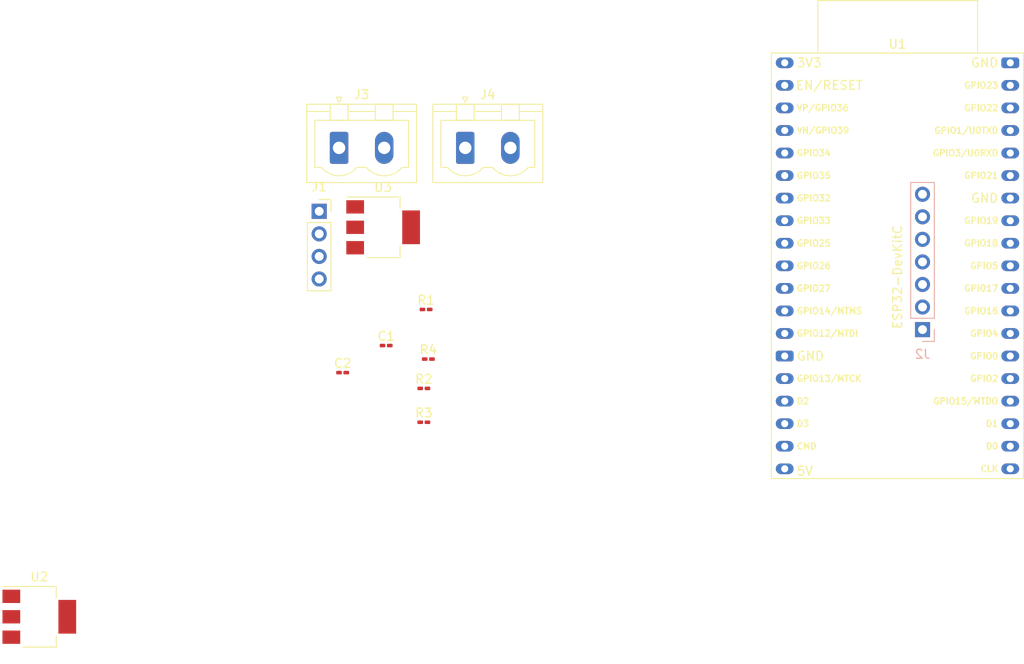
<source format=kicad_pcb>
(kicad_pcb (version 20211014) (generator pcbnew)
  (layers (0 "F.Cu" signal) (31 "B.Cu" signal) (34 "B.Paste" user) (35 "F.Paste" user) (36 "B.SilkS" user "B.Silkscreen") (37 "F.SilkS" user "F.Silkscreen") (38 "B.Mask" user) (39 "F.Mask" user) (44 "Edge.Cuts" user))
  (net 0 "")
  (net 1 "Net-(U3-Pad2)")
  (net 2 "/gnd")
  (net 3 "/3v3")
  (net 4 "/sda")
  (net 5 "/scl")
  (net 6 "/k1")
  (net 7 "/k2")
  (net 8 "/k3")
  (net 9 "/k4")
  (net 10 "/k5")
  (net 11 "/k6")
  (net 12 "/k7")
  (net 13 "/5v")
  (footprint "Connector_PinSocket_2.54mm:PinSocket_1x04_P2.54mm_Vertical" (layer "F.Cu") (at 103.278 68.956)
    (fp_text reference "J1" (at 0 -2.77) (layer "F.SilkS"))
    (fp_text value "i2c_LCD")
    (fp_line (start -1.33 8.95) (end 1.33 8.95) (layer "F.SilkS") (width 0.12))
    (fp_line (start -1.33 1.27) (end 1.33 1.27) (layer "F.SilkS") (width 0.12))
    (fp_line (start 1.33 1.27) (end 1.33 8.95) (layer "F.SilkS") (width 0.12))
    (fp_line (start 0 -1.33) (end 1.33 -1.33) (layer "F.SilkS") (width 0.12))
    (fp_line (start 1.33 -1.33) (end 1.33 0) (layer "F.SilkS") (width 0.12))
    (fp_line (start -1.33 1.27) (end -1.33 8.95) (layer "F.SilkS") (width 0.12))
    (pad "1" thru_hole rect (at 0 0) (size 1.7 1.7) (drill 1) (layers *.Cu *.Mask) (net 2 "/gnd"))
    (pad "2" thru_hole oval (at 0 2.54) (size 1.7 1.7) (drill 1) (layers *.Cu *.Mask) (net 3 "/3v3"))
    (pad "3" thru_hole oval (at 0 5.08) (size 1.7 1.7) (drill 1) (layers *.Cu *.Mask) (net 4 "/sda"))
    (pad "4" thru_hole oval (at 0 7.62) (size 1.7 1.7) (drill 1) (layers *.Cu *.Mask) (net 5 "/scl"))
  )
  (footprint "Package_TO_SOT_SMD:SOT-223-3_TabPin2" (layer "F.Cu") (at 110.478 70.756)
    (fp_text reference "U3" (at 0 -4.5) (layer "F.SilkS"))
    (fp_text value "ams_lain")
    (fp_line (start 1.91 3.41) (end 1.91 2.15) (layer "F.SilkS") (width 0.12))
    (fp_line (start 1.91 -3.41) (end 1.91 -2.15) (layer "F.SilkS") (width 0.12))
    (fp_line (start -1.85 3.41) (end 1.91 3.41) (layer "F.SilkS") (width 0.12))
    (fp_line (start -4.1 -3.41) (end 1.91 -3.41) (layer "F.SilkS") (width 0.12))
    (pad "1" smd rect (at -3.15 -2.3) (size 2 1.5) (layers "F.Cu" "F.Paste" "F.Mask") (net 2 "/gnd"))
    (pad "2" smd rect (at -3.15 0) (size 2 1.5) (layers "F.Cu" "F.Paste" "F.Mask") (net 1 "Net-(U3-Pad2)"))
    (pad "2" smd rect (at 3.15 0) (size 2 3.8) (layers "F.Cu" "F.Paste" "F.Mask") (net 1 "Net-(U3-Pad2)"))
    (pad "3" smd rect (at -3.15 2.3) (size 2 1.5) (layers "F.Cu" "F.Paste" "F.Mask") (net 13 "/5v"))
  )
  (footprint "Connector_Phoenix_MSTB:PhoenixContact_MSTBVA_2,5_2-G-5,08_1x02_P5.08mm_Vertical" (layer "F.Cu") (at 119.728 61.811)
    (fp_text reference "J4" (at 2.54 -6) (layer "F.SilkS"))
    (fp_text value "powerConnector")
    (fp_line (start -0.3 -5.71) (end 0.3 -5.71) (layer "F.SilkS") (width 0.12))
    (fp_line (start 0 -5.11) (end -0.3 -5.71) (layer "F.SilkS") (width 0.12))
    (fp_line (start 7.82 2.2) (end 7.08 2.2) (layer "F.SilkS") (width 0.12))
    (fp_line (start -1 -3.1) (end -1 -4.91) (layer "F.SilkS") (width 0.12))
    (fp_line (start 8.73 -4.91) (end -3.65 -4.91) (layer "F.SilkS") (width 0.12))
    (fp_line (start 0.3 -5.71) (end 0 -5.11) (layer "F.SilkS") (width 0.12))
    (fp_line (start 6.08 -4.91) (end 6.08 -3.1) (layer "F.SilkS") (width 0.12))
    (fp_line (start -3.65 -4.1) (end -1.11 -4.1) (layer "F.SilkS") (width 0.12))
    (fp_line (start -2.74 -3.1) (end 7.82 -3.1) (layer "F.SilkS") (width 0.12))
    (fp_line (start 4.08 -3.1) (end 4.08 -4.91) (layer "F.SilkS") (width 0.12))
    (fp_line (start 8.73 -4.1) (end 6.19 -4.1) (layer "F.SilkS") (width 0.12))
    (fp_line (start 6.08 -3.1) (end 4.08 -3.1) (layer "F.SilkS") (width 0.12))
    (fp_line (start -2 2.2) (end -2.74 2.2) (layer "F.SilkS") (width 0.12))
    (fp_line (start -3.65 3.91) (end 8.73 3.91) (layer "F.SilkS") (width 0.12))
    (fp_line (start 8.73 3.91) (end 8.73 -4.91) (layer "F.SilkS") (width 0.12))
    (fp_line (start -1 -4.91) (end 1 -4.91) (layer "F.SilkS") (width 0.12))
    (fp_line (start 1 -3.1) (end -1 -3.1) (layer "F.SilkS") (width 0.12))
    (fp_line (start 4.08 -4.91) (end 6.08 -4.91) (layer "F.SilkS") (width 0.12))
    (fp_line (start 1 -4.91) (end 1 -3.1) (layer "F.SilkS") (width 0.12))
    (fp_line (start 7.82 -3.1) (end 7.82 2.2) (layer "F.SilkS") (width 0.12))
    (fp_line (start 1 -4.1) (end 4.08 -4.1) (layer "F.SilkS") (width 0.12))
    (fp_line (start 2 2.2) (end 3.08 2.2) (layer "F.SilkS") (width 0.12))
    (fp_line (start -2.74 2.2) (end -2.74 -3.1) (layer "F.SilkS") (width 0.12))
    (fp_line (start -3.65 -4.91) (end -3.65 3.91) (layer "F.SilkS") (width 0.12))
    (fp_arc (start 7.066842 2.215821) (mid 5.069711 3.142758) (end 3.08 2.2) (layer "F.SilkS") (width 0.12))
    (fp_arc (start 1.986842 2.215821) (mid -0.010289 3.142758) (end -2 2.2) (layer "F.SilkS") (width 0.12))
    (pad "1" thru_hole roundrect (at 0 0) (size 2.08 3.6) (drill 1.4) (layers *.Cu *.Mask) (roundrect_rratio 0.120192) (net 1 "Net-(U3-Pad2)"))
    (pad "2" thru_hole oval (at 5.08 0) (size 2.08 3.6) (drill 1.4) (layers *.Cu *.Mask) (net 2 "/gnd"))
  )
  (footprint "Resistor_SMD:R_0201_0603Metric_Pad0.64x0.40mm_HandSolder" (layer "F.Cu") (at 115.062 88.9)
    (fp_text reference "R2" (at 0 -1.05) (layer "F.SilkS"))
    (fp_text value "10k")
    (pad "1" smd roundrect (at -0.4075 0) (size 0.635 0.4) (layers "F.Cu" "F.Mask") (net 7 "/k2"))
    (pad "2" smd roundrect (at 0.4075 0) (size 0.635 0.4) (layers "F.Cu" "F.Mask") (net 2 "/gnd"))
  )
  (footprint "Capacitor_SMD:C_0201_0603Metric_Pad0.64x0.40mm_HandSolder" (layer "F.Cu") (at 105.918 87.122)
    (fp_text reference "C2" (at 0 -1.05) (layer "F.SilkS"))
    (fp_text value "C")
    (pad "1" smd roundrect (at -0.4075 0) (size 0.635 0.4) (layers "F.Cu" "F.Mask") (net 3 "/3v3"))
    (pad "2" smd roundrect (at 0.4075 0) (size 0.635 0.4) (layers "F.Cu" "F.Mask") (net 2 "/gnd"))
  )
  (footprint "Resistor_SMD:R_0201_0603Metric_Pad0.64x0.40mm_HandSolder" (layer "F.Cu") (at 115.062 92.71)
    (fp_text reference "R3" (at 0 -1.05) (layer "F.SilkS"))
    (fp_text value "10k")
    (pad "1" smd roundrect (at -0.4075 0) (size 0.635 0.4) (layers "F.Cu" "F.Mask") (net 9 "/k4"))
    (pad "2" smd roundrect (at 0.4075 0) (size 0.635 0.4) (layers "F.Cu" "F.Mask") (net 2 "/gnd"))
  )
  (footprint "Resistor_SMD:R_0201_0603Metric_Pad0.64x0.40mm_HandSolder" (layer "F.Cu") (at 115.316 80.01)
    (fp_text reference "R1" (at 0 -1.05) (layer "F.SilkS"))
    (fp_text value "10k")
    (pad "1" smd roundrect (at -0.4075 0) (size 0.635 0.4) (layers "F.Cu" "F.Mask") (net 6 "/k1"))
    (pad "2" smd roundrect (at 0.4075 0) (size 0.635 0.4) (layers "F.Cu" "F.Mask") (net 2 "/gnd"))
  )
  (footprint "Resistor_SMD:R_0201_0603Metric_Pad0.64x0.40mm_HandSolder" (layer "F.Cu") (at 115.57 85.598)
    (fp_text reference "R4" (at 0 -1.05) (layer "F.SilkS"))
    (fp_text value "10k")
    (pad "1" smd roundrect (at -0.4075 0) (size 0.635 0.4) (layers "F.Cu" "F.Mask") (net 11 "/k6"))
    (pad "2" smd roundrect (at 0.4075 0) (size 0.635 0.4) (layers "F.Cu" "F.Mask") (net 2 "/gnd"))
  )
  (footprint "Espressif:ESP32-DevKitC" (layer "F.Cu") (at 155.69832 52.22984)
    (fp_text reference "U1" (at 12.70368 -2.09728) (layer "F.SilkS"))
    (fp_text value "ESP32-DevKitC" (at 12.70368 24.13272 90) (layer "F.SilkS"))
    (fp_text user "GPIO25" (at 1.27368 20.32272 unlocked) (layer "F.SilkS") (effects (font (size 0.7 0.7)) (justify left)))
    (fp_text user "GPIO12/MTDI" (at 1.27368 30.48272 unlocked) (layer "F.SilkS") (effects (font (size 0.7 0.7)) (justify left)))
    (fp_text user "GPIO18" (at 24.13368 20.32272 unlocked) (layer "F.SilkS") (effects (font (size 0.7 0.7)) (justify right)))
    (fp_text user "EN/RESET" (at 8.89 2.54 unlocked) (layer "F.SilkS") (effects (justify right)))
    (fp_text user "GPIO5" (at 24.13368 22.86272 unlocked) (layer "F.SilkS") (effects (font (size 0.7 0.7)) (justify right)))
    (fp_text user "GPIO27" (at 1.27368 25.40272 unlocked) (layer "F.SilkS") (effects (font (size 0.7 0.7)) (justify left)))
    (fp_text user "3V3" (at 1.27368 0.00272 unlocked) (layer "F.SilkS") (effects (justify left)))
    (fp_text user "VN/GPIO39" (at 1.27368 7.62272 unlocked) (layer "F.SilkS") (effects (font (size 0.7 0.7)) (justify left)))
    (fp_text user "GPIO14/MTMS" (at 1.27368 27.94272 unlocked) (layer "F.SilkS") (effects (font (size 0.7 0.7)) (justify left)))
    (fp_text user "GPIO19" (at 24.13368 17.78272 unlocked) (layer "F.SilkS") (effects (font (size 0.7 0.7)) (justify right)))
    (fp_text user "D1" (at 24.13368 40.64272 unlocked) (layer "F.SilkS") (effects (font (size 0.7 0.7)) (justify right)))
    (fp_text user "GPIO13/MTCK" (at 1.27368 35.56272 unlocked) (layer "F.SilkS") (effects (font (size 0.7 0.7)) (justify left)))
    (fp_text user "GND" (at 24.13368 0.00272 unlocked) (layer "F.SilkS") (effects (justify right)))
    (fp_text user "CMD" (at 1.27368 43.18272 unlocked) (layer "F.SilkS") (effects (font (size 0.7 0.7)) (justify left)))
    (fp_text user "VP/GPIO36" (at 1.27368 5.08272 unlocked) (layer "F.SilkS") (effects (font (size 0.7 0.7)) (justify left)))
    (fp_text user "D0" (at 24.13368 43.18272 unlocked) (layer "F.SilkS") (effects (font (size 0.7 0.7)) (justify right)))
    (fp_text user "GPIO0" (at 24.13368 33.02272 unlocked) (layer "F.SilkS") (effects (font (size 0.7 0.7)) (justify right)))
    (fp_text user "GPIO16" (at 24.13368 27.94272 unlocked) (layer "F.SilkS") (effects (font (size 0.7 0.7)) (justify right)))
    (fp_text user "5V" (at 1.27 45.974 unlocked) (layer "F.SilkS") (effects (justify left)))
    (fp_text user "CLK" (at 24.13368 45.72272 unlocked) (layer "F.SilkS") (effects (font (size 0.7 0.7)) (justify right)))
    (fp_text user "GPIO3/U0RXD" (at 24.13368 10.16272 unlocked) (layer "F.SilkS") (effects (font (size 0.7 0.7)) (justify right)))
    (fp_text user "GPIO26" (at 1.27368 22.86272 unlocked) (layer "F.SilkS") (effects (font (size 0.7 0.7)) (justify left)))
    (fp_text user "GPIO1/U0TXD" (at 24.13368 7.62272 unlocked) (layer "F.SilkS") (effects (font (size 0.7 0.7)) (justify right)))
    (fp_text user "GPIO4" (at 24.13368 30.48272 unlocked) (layer "F.SilkS") (effects (font (size 0.7 0.7)) (justify right)))
    (fp_text user "GPIO17" (at 24.13368 25.40272 unlocked) (layer "F.SilkS") (effects (font (size 0.7 0.7)) (justify right)))
    (fp_text user "GPIO15/MTDO" (at 24.13368 38.10272 unlocked) (layer "F.SilkS") (effects (font (size 0.7 0.7)) (justify right)))
    (fp_text user "D2" (at 1.27368 38.10272 unlocked) (layer "F.SilkS") (effects (font (size 0.7 0.7)) (justify left)))
    (fp_text user "D3" (at 1.27368 40.64272 unlocked) (layer "F.SilkS") (effects (font (size 0.7 0.7)) (justify left)))
    (fp_text user "GPIO21" (at 24.13368 12.70272 unlocked) (layer "F.SilkS") (effects (font (size 0.7 0.7)) (justify right)))
    (fp_text user "GPIO33" (at 1.27368 17.78272 unlocked) (layer "F.SilkS") (effects (font (size 0.7 0.7)) (justify left)))
    (fp_text user "GPIO2" (at 24.13368 35.56272 unlocked) (layer "F.SilkS") (effects (font (size 0.7 0.7)) (justify right)))
    (fp_text user "GPIO23" (at 24.13368 2.54272 unlocked) (layer "F.SilkS") (effects (font (size 0.7 0.7)) (justify right)))
    (fp_text user "GPIO35" (at 1.27368 12.70272 unlocked) (layer "F.SilkS") (effects (font (size 0.7 0.7)) (justify left)))
    (fp_text user "GPIO34" (at 1.27368 10.16272 unlocked) (layer "F.SilkS") (effects (font (size 0.7 0.7)) (justify left)))
    (fp_text user "GND" (at 24.13368 15.24272 unlocked) (layer "F.SilkS") (effects (justify right)))
    (fp_text user "GPIO32" (at 1.27368 15.24272 unlocked) (layer "F.SilkS") (effects (font (size 0.7 0.7)) (justify left)))
    (fp_text user "GPIO22" (at 24.13368 5.08272 unlocked) (layer "F.SilkS") (effects (font (size 0.7 0.7)) (justify right)))
    (fp_text user "GND" (at 1.27368 33.02272 unlocked) (layer "F.SilkS") (effects (justify left)))
    (fp_line (start 3.7338 -7.0104) (end 21.717 -7.0104) (layer "F.SilkS") (width 0.12))
    (fp_line (start 3.7338 -1.1176) (end 3.7338 -7.0104) (layer "F.SilkS") (width 0.12))
    (fp_line (start 21.717 -7.0104) (end 21.717 -1.1176) (layer "F.SilkS") (width 0.12))
    (fp_line (start -1.496319 -1.09728) (end -1.49632 46.82272) (layer "F.SilkS") (width 0.12))
    (fp_line (start -1.49632 46.82272) (end 26.903679 46.82272) (layer "F.SilkS") (width 0.12))
    (fp_line (start 26.903679 46.82272) (end 26.90368 -1.09728) (layer "F.SilkS") (width 0.12))
    (fp_line (start 26.90368 -1.09728) (end -1.496319 -1.09728) (layer "F.SilkS") (width 0.12))
    (pad "1" thru_hole oval locked (at 0.00368 0.00272 270) (size 1.2 2) (drill 0.8) (layers *.Cu *.Mask) (net 3 "/3v3"))
    (pad "2" thru_hole oval locked (at 0.00368 2.54272 270) (size 1.2 2) (drill 0.8) (layers *.Cu *.Mask))
    (pad "3" thru_hole oval locked (at 0.00368 5.08272 270) (size 1.2 2) (drill 0.8) (layers *.Cu *.Mask))
    (pad "4" thru_hole oval locked (at 0.00368 7.62272 270) (size 1.2 2) (drill 0.8) (layers *.Cu *.Mask))
    (pad "5" thru_hole oval locked (at 0.00368 10.16272 270) (size 1.2 2) (drill 0.8) (layers *.Cu *.Mask))
    (pad "6" thru_hole oval locked (at 0.00368 12.70272 270) (size 1.2 2) (drill 0.8) (layers *.Cu *.Mask))
    (pad "7" thru_hole oval locked (at 0.00368 15.24272 270) (size 1.2 2) (drill 0.8) (layers *.Cu *.Mask) (net 12 "/k7"))
    (pad "8" thru_hole oval locked (at 0.00368 17.78272 270) (size 1.2 2) (drill 0.8) (layers *.Cu *.Mask) (net 10 "/k5"))
    (pad "9" thru_hole oval locked (at 0.00368 20.32272 270) (size 1.2 2) (drill 0.8) (layers *.Cu *.Mask) (net 8 "/k3"))
    (pad "10" thru_hole oval locked (at 0.00368 22.86272 270) (size 1.2 2) (drill 0.8) (layers *.Cu *.Mask))
    (pad "11" thru_hole oval locked (at 0.00368 25.40272 270) (size 1.2 2) (drill 0.8) (layers *.Cu *.Mask))
    (pad "12" thru_hole oval locked (at 0.00368 27.94272 270) (size 1.2 2) (drill 0.8) (layers *.Cu *.Mask))
    (pad "13" thru_hole oval locked (at 0.00368 30.48272 270) (size 1.2 2) (drill 0.8) (layers *.Cu *.Mask))
    (pad "14" thru_hole roundrect locked (at 0.00368 33.02272 270) (size 1.2 2) (drill 0.8) (layers *.Cu *.Mask))
    (pad "15" thru_hole oval locked (at 0.00368 35.56272 270) (size 1.2 2) (drill 0.8) (layers *.Cu *.Mask))
    (pad "16" thru_hole oval locked (at 0.00368 38.10272 270) (size 1.2 2) (drill 0.8) (layers *.Cu *.Mask))
    (pad "17" thru_hole oval locked (at 0.00368 40.64272 270) (size 1.2 2) (drill 0.8) (layers *.Cu *.Mask))
    (pad "18" thru_hole oval locked (at 0.00368 43.18272 270) (size 1.2 2) (drill 0.8) (layers *.Cu *.Mask))
    (pad "19" thru_hole oval locked (at 0.00368 45.72272 270) (size 1.2 2) (drill 0.8) (layers *.Cu *.Mask))
    (pad "20" thru_hole oval locked (at 25.4 45.72 270) (size 1.2 2) (drill 0.8) (layers *.Cu *.Mask))
    (pad "21" thru_hole oval locked (at 25.4 43.18 270) (size 1.2 2) (drill 0.8) (layers *.Cu *.Mask))
    (pad "22" thru_hole oval locked (at 25.40368 40.64272 270) (size 1.2 2) (drill 0.8) (layers *.Cu *.Mask))
    (pad "23" thru_hole oval locked (at 25.40368 38.10272 270) (size 1.2 2) (drill 0.8) (layers *.Cu *.Mask))
    (pad "24" thru_hole oval locked (at 25.40368 35.56272 270) (size 1.2 2) (drill 0.8) (layers *.Cu *.Mask))
    (pad "25" thru_hole oval locked (at 25.40368 33.02272 270) (size 1.2 2) (drill 0.8) (layers *.Cu *.Mask))
    (pad "26" thru_hole oval locked (at 25.40368 30.48272 270) (size 1.2 2) (drill 0.8) (layers *.Cu *.Mask))
    (pad "27" thru_hole oval locked (at 25.40368 27.94272 270) (size 1.2 2) (drill 0.8) (layers *.Cu *.Mask) (net 6 "/k1"))
    (pad "28" thru_hole oval locked (at 25.40368 25.40272 270) (size 1.2 2) (drill 0.8) (layers *.Cu *.Mask) (net 7 "/k2"))
    (pad "29" thru_hole oval locked (at 25.40368 22.86272 270) (size 1.2 2) (drill 0.8) (layers *.Cu *.Mask))
    (pad "30" thru_hole oval locked (at 25.40368 20.32272 270) (size 1.2 2) (drill 0.8) (layers *.Cu *.Mask) (net 9 "/k4"))
    (pad "31" thru_hole oval locked (at 25.40368 17.78272 270) (size 1.2 2) (drill 0.8) (layers *.Cu *.Mask) (net 11 "/k6"))
    (pad "32" thru_hole oval locked (at 25.40368 15.24272 270) (size 1.2 2) (drill 0.8) (layers *.Cu *.Mask))
    (pad "33" thru_hole oval locked (at 25.40368 12.70272 270) (size 1.2 2) (drill 0.8) (layers *.Cu *.Mask) (net 4 "/sda"))
    (pad "34" thru_hole oval locked (at 25.40368 10.16272 270) (size 1.2 2) (drill 0.8) (layers *.Cu *.Mask))
    (pad "35" thru_hole oval locked (at 25.40368 7.62272 270) (size 1.2 2) (drill 0.8) (layers *.Cu *.Mask))
    (pad "36" thru_hole oval locked (at 25.40368 5.08272 270) (size 1.2 2) (drill 0.8) (layers *.Cu *.Mask) (net 5 "/scl"))
    (pad "37" thru_hole oval locked (at 25.40368 2.54272 270) (size 1.2 2) (drill 0.8) (layers *.Cu *.Mask))
    (pad "38" thru_hole roundrect locked (at 25.40368 0.00272 270) (size 1.2 2) (drill 0.8) (layers *.Cu *.Mask) (net 2 "/gnd"))
  )
  (footprint "Connector_Phoenix_MSTB:PhoenixContact_MSTBVA_2,5_2-G-5,08_1x02_P5.08mm_Vertical" (layer "F.Cu") (at 105.518 61.811)
    (fp_text reference "J3" (at 2.54 -6) (layer "F.SilkS"))
    (fp_text value "powerConnector")
    (fp_line (start 2 2.2) (end 3.08 2.2) (layer "F.SilkS") (width 0.12))
    (fp_line (start -1 -4.91) (end 1 -4.91) (layer "F.SilkS") (width 0.12))
    (fp_line (start -2.74 2.2) (end -2.74 -3.1) (layer "F.SilkS") (width 0.12))
    (fp_line (start 1 -4.1) (end 4.08 -4.1) (layer "F.SilkS") (width 0.12))
    (fp_line (start 6.08 -3.1) (end 4.08 -3.1) (layer "F.SilkS") (width 0.12))
    (fp_line (start 8.73 3.91) (end 8.73 -4.91) (layer "F.SilkS") (width 0.12))
    (fp_line (start 4.08 -4.91) (end 6.08 -4.91) (layer "F.SilkS") (width 0.12))
    (fp_line (start -2.74 -3.1) (end 7.82 -3.1) (layer "F.SilkS") (width 0.12))
    (fp_line (start 1 -4.91) (end 1 -3.1) (layer "F.SilkS") (width 0.12))
    (fp_line (start -3.65 3.91) (end 8.73 3.91) (layer "F.SilkS") (width 0.12))
    (fp_line (start 8.73 -4.91) (end -3.65 -4.91) (layer "F.SilkS") (width 0.12))
    (fp_line (start 0.3 -5.71) (end 0 -5.11) (layer "F.SilkS") (width 0.12))
    (fp_line (start -0.3 -5.71) (end 0.3 -5.71) (layer "F.SilkS") (width 0.12))
    (fp_line (start 1 -3.1) (end -1 -3.1) (layer "F.SilkS") (width 0.12))
    (fp_line (start 0 -5.11) (end -0.3 -5.71) (layer "F.SilkS") (width 0.12))
    (fp_line (start -3.65 -4.91) (end -3.65 3.91) (layer "F.SilkS") (width 0.12))
    (fp_line (start 6.08 -4.91) (end 6.08 -3.1) (layer "F.SilkS") (width 0.12))
    (fp_line (start 4.08 -3.1) (end 4.08 -4.91) (layer "F.SilkS") (width 0.12))
    (fp_line (start 8.73 -4.1) (end 6.19 -4.1) (layer "F.SilkS") (width 0.12))
    (fp_line (start 7.82 2.2) (end 7.08 2.2) (layer "F.SilkS") (width 0.12))
    (fp_line (start -2 2.2) (end -2.74 2.2) (layer "F.SilkS") (width 0.12))
    (fp_line (start -1 -3.1) (end -1 -4.91) (layer "F.SilkS") (width 0.12))
    (fp_line (start 7.82 -3.1) (end 7.82 2.2) (layer "F.SilkS") (width 0.12))
    (fp_line (start -3.65 -4.1) (end -1.11 -4.1) (layer "F.SilkS") (width 0.12))
    (fp_arc (start 1.986842 2.215821) (mid -0.010289 3.142758) (end -2 2.2) (layer "F.SilkS") (width 0.12))
    (fp_arc (start 7.066842 2.215821) (mid 5.069711 3.142758) (end 3.08 2.2) (layer "F.SilkS") (width 0.12))
    (pad "1" thru_hole roundrect (at 0 0) (size 2.08 3.6) (drill 1.4) (layers *.Cu *.Mask) (roundrect_rratio 0.120192) (net 13 "/5v"))
    (pad "2" thru_hole oval (at 5.08 0) (size 2.08 3.6) (drill 1.4) (layers *.Cu *.Mask) (net 2 "/gnd"))
  )
  (footprint "Package_TO_SOT_SMD:SOT-223-3_TabPin2" (layer "F.Cu") (at 71.758 114.616)
    (fp_text reference "U2" (at 0 -4.5) (layer "F.SilkS"))
    (fp_text value "ams_esp")
    (fp_line (start -1.85 3.41) (end 1.91 3.41) (layer "F.SilkS") (width 0.12))
    (fp_line (start -4.1 -3.41) (end 1.91 -3.41) (layer "F.SilkS") (width 0.12))
    (fp_line (start 1.91 -3.41) (end 1.91 -2.15) (layer "F.SilkS") (width 0.12))
    (fp_line (start 1.91 3.41) (end 1.91 2.15) (layer "F.SilkS") (width 0.12))
    (pad "1" smd rect (at -3.15 -2.3) (size 2 1.5) (layers "F.Cu" "F.Paste" "F.Mask") (net 2 "/gnd"))
    (pad "2" smd rect (at -3.15 0) (size 2 1.5) (layers "F.Cu" "F.Paste" "F.Mask") (net 3 "/3v3"))
    (pad "2" smd rect (at 3.15 0) (size 2 3.8) (layers "F.Cu" "F.Paste" "F.Mask") (net 3 "/3v3"))
    (pad "3" smd rect (at -3.15 2.3) (size 2 1.5) (layers "F.Cu" "F.Paste" "F.Mask") (net 13 "/5v"))
  )
  (footprint "Capacitor_SMD:C_0201_0603Metric_Pad0.64x0.40mm_HandSolder" (layer "F.Cu") (at 110.8195 84.074)
    (fp_text reference "C1" (at 0 -1.05) (layer "F.SilkS"))
    (fp_text value "C")
    (pad "1" smd roundrect (at -0.4075 0) (size 0.635 0.4) (layers "F.Cu" "F.Mask") (net 1 "Net-(U3-Pad2)"))
    (pad "2" smd roundrect (at 0.4075 0) (size 0.635 0.4) (layers "F.Cu" "F.Mask") (net 2 "/gnd"))
  )
  (footprint "Connector_PinSocket_2.54mm:PinSocket_1x07_P2.54mm_Vertical" (layer "B.Cu") (at 171.221 82.276)
    (fp_text reference "J2" (at 0 2.77) (layer "B.SilkS") (effects (justify mirror)))
    (fp_text value "Keypad_pin")
    (fp_line (start 1.33 -1.27) (end 1.33 -16.57) (layer "B.SilkS") (width 0.12))
    (fp_line (start -1.33 -16.57) (end 1.33 -16.57) (layer "B.SilkS") (width 0.12))
    (fp_line (start 0 1.33) (end 1.33 1.33) (layer "B.SilkS") (width 0.12))
    (fp_line (start -1.33 -1.27) (end -1.33 -16.57) (layer "B.SilkS") (width 0.12))
    (fp_line (start 1.33 1.33) (end 1.33 0) (layer "B.SilkS") (width 0.12))
    (fp_line (start -1.33 -1.27) (end 1.33 -1.27) (layer "B.SilkS") (width 0.12))
    (pad "1" thru_hole rect (at 0 0) (size 1.7 1.7) (drill 1) (layers *.Cu *.Mask) (net 6 "/k1"))
    (pad "2" thru_hole oval (at 0 -2.54) (size 1.7 1.7) (drill 1) (layers *.Cu *.Mask) (net 7 "/k2"))
    (pad "3" thru_hole oval (at 0 -5.08) (size 1.7 1.7) (drill 1) (layers *.Cu *.Mask) (net 8 "/k3"))
    (pad "4" thru_hole oval (at 0 -7.62) (size 1.7 1.7) (drill 1) (layers *.Cu *.Mask) (net 9 "/k4"))
    (pad "5" thru_hole oval (at 0 -10.16) (size 1.7 1.7) (drill 1) (layers *.Cu *.Mask) (net 10 "/k5"))
    (pad "6" thru_hole oval (at 0 -12.7) (size 1.7 1.7) (drill 1) (layers *.Cu *.Mask) (net 11 "/k6"))
    (pad "7" thru_hole oval (at 0 -15.24) (size 1.7 1.7) (drill 1) (layers *.Cu *.Mask) (net 12 "/k7"))
  )
)
</source>
